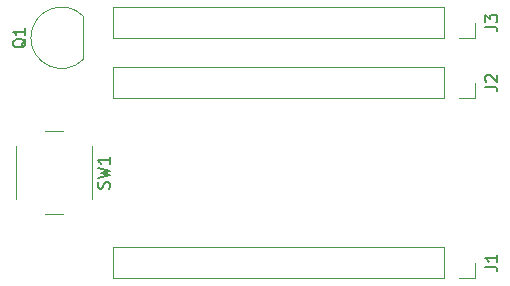
<source format=gbr>
%TF.GenerationSoftware,KiCad,Pcbnew,7.0.6*%
%TF.CreationDate,2023-10-13T00:14:17-07:00*%
%TF.ProjectId,SAL-FP_Keyboard-LogicBoard,53414c2d-4650-45f4-9b65-79626f617264,rev?*%
%TF.SameCoordinates,PXaf9e7f0PY6122b30*%
%TF.FileFunction,Legend,Top*%
%TF.FilePolarity,Positive*%
%FSLAX46Y46*%
G04 Gerber Fmt 4.6, Leading zero omitted, Abs format (unit mm)*
G04 Created by KiCad (PCBNEW 7.0.6) date 2023-10-13 00:14:17*
%MOMM*%
%LPD*%
G01*
G04 APERTURE LIST*
%ADD10C,0.150000*%
%ADD11C,0.120000*%
G04 APERTURE END LIST*
D10*
X-4125181Y-25479333D02*
X-3410896Y-25479333D01*
X-3410896Y-25479333D02*
X-3268039Y-25526952D01*
X-3268039Y-25526952D02*
X-3172800Y-25622190D01*
X-3172800Y-25622190D02*
X-3125181Y-25765047D01*
X-3125181Y-25765047D02*
X-3125181Y-25860285D01*
X-3125181Y-24479333D02*
X-3125181Y-25050761D01*
X-3125181Y-24765047D02*
X-4125181Y-24765047D01*
X-4125181Y-24765047D02*
X-3982324Y-24860285D01*
X-3982324Y-24860285D02*
X-3887086Y-24955523D01*
X-3887086Y-24955523D02*
X-3839467Y-25050761D01*
X-43014943Y-6191238D02*
X-43062562Y-6286476D01*
X-43062562Y-6286476D02*
X-43157800Y-6381714D01*
X-43157800Y-6381714D02*
X-43300658Y-6524571D01*
X-43300658Y-6524571D02*
X-43348277Y-6619809D01*
X-43348277Y-6619809D02*
X-43348277Y-6715047D01*
X-43110181Y-6667428D02*
X-43157800Y-6762666D01*
X-43157800Y-6762666D02*
X-43253039Y-6857904D01*
X-43253039Y-6857904D02*
X-43443515Y-6905523D01*
X-43443515Y-6905523D02*
X-43776848Y-6905523D01*
X-43776848Y-6905523D02*
X-43967324Y-6857904D01*
X-43967324Y-6857904D02*
X-44062562Y-6762666D01*
X-44062562Y-6762666D02*
X-44110181Y-6667428D01*
X-44110181Y-6667428D02*
X-44110181Y-6476952D01*
X-44110181Y-6476952D02*
X-44062562Y-6381714D01*
X-44062562Y-6381714D02*
X-43967324Y-6286476D01*
X-43967324Y-6286476D02*
X-43776848Y-6238857D01*
X-43776848Y-6238857D02*
X-43443515Y-6238857D01*
X-43443515Y-6238857D02*
X-43253039Y-6286476D01*
X-43253039Y-6286476D02*
X-43157800Y-6381714D01*
X-43157800Y-6381714D02*
X-43110181Y-6476952D01*
X-43110181Y-6476952D02*
X-43110181Y-6667428D01*
X-43110181Y-5286476D02*
X-43110181Y-5857904D01*
X-43110181Y-5572190D02*
X-44110181Y-5572190D01*
X-44110181Y-5572190D02*
X-43967324Y-5667428D01*
X-43967324Y-5667428D02*
X-43872086Y-5762666D01*
X-43872086Y-5762666D02*
X-43824467Y-5857904D01*
X-35982800Y-18859332D02*
X-35935181Y-18716475D01*
X-35935181Y-18716475D02*
X-35935181Y-18478380D01*
X-35935181Y-18478380D02*
X-35982800Y-18383142D01*
X-35982800Y-18383142D02*
X-36030420Y-18335523D01*
X-36030420Y-18335523D02*
X-36125658Y-18287904D01*
X-36125658Y-18287904D02*
X-36220896Y-18287904D01*
X-36220896Y-18287904D02*
X-36316134Y-18335523D01*
X-36316134Y-18335523D02*
X-36363753Y-18383142D01*
X-36363753Y-18383142D02*
X-36411372Y-18478380D01*
X-36411372Y-18478380D02*
X-36458991Y-18668856D01*
X-36458991Y-18668856D02*
X-36506610Y-18764094D01*
X-36506610Y-18764094D02*
X-36554229Y-18811713D01*
X-36554229Y-18811713D02*
X-36649467Y-18859332D01*
X-36649467Y-18859332D02*
X-36744705Y-18859332D01*
X-36744705Y-18859332D02*
X-36839943Y-18811713D01*
X-36839943Y-18811713D02*
X-36887562Y-18764094D01*
X-36887562Y-18764094D02*
X-36935181Y-18668856D01*
X-36935181Y-18668856D02*
X-36935181Y-18430761D01*
X-36935181Y-18430761D02*
X-36887562Y-18287904D01*
X-36935181Y-17954570D02*
X-35935181Y-17716475D01*
X-35935181Y-17716475D02*
X-36649467Y-17525999D01*
X-36649467Y-17525999D02*
X-35935181Y-17335523D01*
X-35935181Y-17335523D02*
X-36935181Y-17097428D01*
X-35935181Y-16192666D02*
X-35935181Y-16764094D01*
X-35935181Y-16478380D02*
X-36935181Y-16478380D01*
X-36935181Y-16478380D02*
X-36792324Y-16573618D01*
X-36792324Y-16573618D02*
X-36697086Y-16668856D01*
X-36697086Y-16668856D02*
X-36649467Y-16764094D01*
X-4125181Y-10239333D02*
X-3410896Y-10239333D01*
X-3410896Y-10239333D02*
X-3268039Y-10286952D01*
X-3268039Y-10286952D02*
X-3172800Y-10382190D01*
X-3172800Y-10382190D02*
X-3125181Y-10525047D01*
X-3125181Y-10525047D02*
X-3125181Y-10620285D01*
X-4029943Y-9810761D02*
X-4077562Y-9763142D01*
X-4077562Y-9763142D02*
X-4125181Y-9667904D01*
X-4125181Y-9667904D02*
X-4125181Y-9429809D01*
X-4125181Y-9429809D02*
X-4077562Y-9334571D01*
X-4077562Y-9334571D02*
X-4029943Y-9286952D01*
X-4029943Y-9286952D02*
X-3934705Y-9239333D01*
X-3934705Y-9239333D02*
X-3839467Y-9239333D01*
X-3839467Y-9239333D02*
X-3696610Y-9286952D01*
X-3696610Y-9286952D02*
X-3125181Y-9858380D01*
X-3125181Y-9858380D02*
X-3125181Y-9239333D01*
X-4125181Y-5159333D02*
X-3410896Y-5159333D01*
X-3410896Y-5159333D02*
X-3268039Y-5206952D01*
X-3268039Y-5206952D02*
X-3172800Y-5302190D01*
X-3172800Y-5302190D02*
X-3125181Y-5445047D01*
X-3125181Y-5445047D02*
X-3125181Y-5540285D01*
X-4125181Y-4778380D02*
X-4125181Y-4159333D01*
X-4125181Y-4159333D02*
X-3744229Y-4492666D01*
X-3744229Y-4492666D02*
X-3744229Y-4349809D01*
X-3744229Y-4349809D02*
X-3696610Y-4254571D01*
X-3696610Y-4254571D02*
X-3648991Y-4206952D01*
X-3648991Y-4206952D02*
X-3553753Y-4159333D01*
X-3553753Y-4159333D02*
X-3315658Y-4159333D01*
X-3315658Y-4159333D02*
X-3220420Y-4206952D01*
X-3220420Y-4206952D02*
X-3172800Y-4254571D01*
X-3172800Y-4254571D02*
X-3125181Y-4349809D01*
X-3125181Y-4349809D02*
X-3125181Y-4635523D01*
X-3125181Y-4635523D02*
X-3172800Y-4730761D01*
X-3172800Y-4730761D02*
X-3220420Y-4778380D01*
D11*
%TO.C,J1*%
X-7620000Y-23816000D02*
X-35620000Y-23816000D01*
X-7620000Y-23816000D02*
X-7620000Y-26476000D01*
X-35620000Y-23816000D02*
X-35620000Y-26476000D01*
X-5020000Y-25146000D02*
X-5020000Y-26476000D01*
X-5020000Y-26476000D02*
X-6350000Y-26476000D01*
X-7620000Y-26476000D02*
X-35620000Y-26476000D01*
%TO.C,Q1*%
X-38155000Y-7896000D02*
X-38155000Y-4296000D01*
X-42605000Y-6096000D02*
G75*
G03*
X-38166522Y-7934478I2600000J0D01*
G01*
X-38166522Y-4257522D02*
G75*
G03*
X-42605000Y-6096000I-1838478J-1838478D01*
G01*
%TO.C,SW1*%
X-39890000Y-14026000D02*
X-41390000Y-14026000D01*
X-43890000Y-15276000D02*
X-43890000Y-19776000D01*
X-37390000Y-19776000D02*
X-37390000Y-15276000D01*
X-41390000Y-21026000D02*
X-39890000Y-21026000D01*
%TO.C,J2*%
X-7620000Y-8576000D02*
X-35620000Y-8576000D01*
X-7620000Y-8576000D02*
X-7620000Y-11236000D01*
X-35620000Y-8576000D02*
X-35620000Y-11236000D01*
X-5020000Y-9906000D02*
X-5020000Y-11236000D01*
X-5020000Y-11236000D02*
X-6350000Y-11236000D01*
X-7620000Y-11236000D02*
X-35620000Y-11236000D01*
%TO.C,J3*%
X-7620000Y-3496000D02*
X-35620000Y-3496000D01*
X-7620000Y-3496000D02*
X-7620000Y-6156000D01*
X-35620000Y-3496000D02*
X-35620000Y-6156000D01*
X-5020000Y-4826000D02*
X-5020000Y-6156000D01*
X-5020000Y-6156000D02*
X-6350000Y-6156000D01*
X-7620000Y-6156000D02*
X-35620000Y-6156000D01*
%TD*%
M02*

</source>
